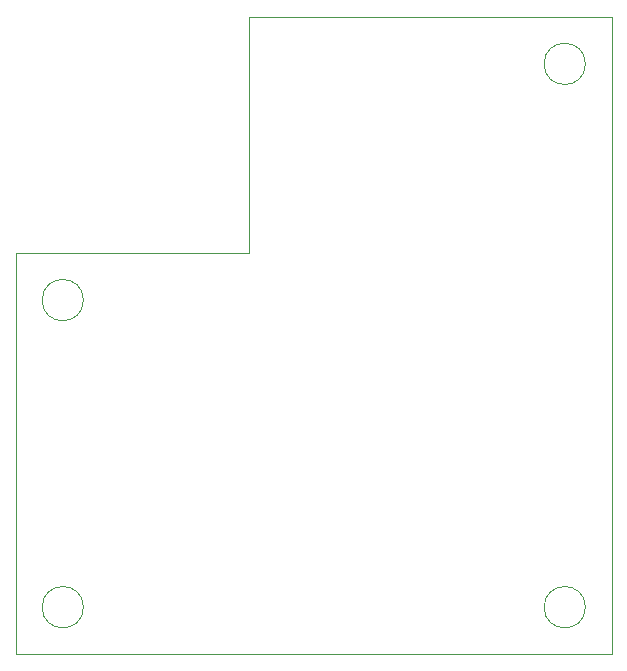
<source format=gbr>
G04 #@! TF.GenerationSoftware,KiCad,Pcbnew,(5.1.5)-3*
G04 #@! TF.CreationDate,2020-03-19T11:30:28+02:00*
G04 #@! TF.ProjectId,RightPanel,52696768-7450-4616-9e65-6c2e6b696361,rev?*
G04 #@! TF.SameCoordinates,Original*
G04 #@! TF.FileFunction,Profile,NP*
%FSLAX46Y46*%
G04 Gerber Fmt 4.6, Leading zero omitted, Abs format (unit mm)*
G04 Created by KiCad (PCBNEW (5.1.5)-3) date 2020-03-19 11:30:28*
%MOMM*%
%LPD*%
G04 APERTURE LIST*
%ADD10C,0.100000*%
G04 APERTURE END LIST*
D10*
X94250000Y-39000000D02*
G75*
G03X94250000Y-39000000I-1750000J0D01*
G01*
X51750000Y-59000000D02*
G75*
G03X51750000Y-59000000I-1750000J0D01*
G01*
X51750000Y-85000000D02*
G75*
G03X51750000Y-85000000I-1750000J0D01*
G01*
X94250000Y-85000000D02*
G75*
G03X94250000Y-85000000I-1750000J0D01*
G01*
X96500000Y-89000000D02*
X96500000Y-35000000D01*
X46000000Y-89000000D02*
X96500000Y-89000000D01*
X46000000Y-55000000D02*
X46000000Y-89000000D01*
X65750000Y-55000000D02*
X46000000Y-55000000D01*
X65750000Y-35000000D02*
X65750000Y-55000000D01*
X96500000Y-35000000D02*
X65750000Y-35000000D01*
M02*

</source>
